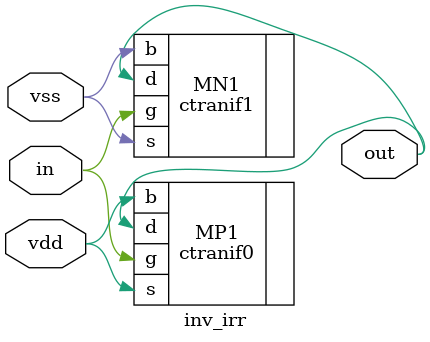
<source format=sv>

`timescale 1ns / 1ns 

module inv_irr ( out, in, vdd, vss );

output  out;

input  in, vdd, vss;


specify 
    specparam CDS_LIBNAME  = "MIPS25";
    specparam CDS_CELLNAME = "inv_irr";
    specparam CDS_VIEWNAME = "schematic";
endspecify

ctranif1  MN1 ( .b(vss), .d(out), .g(in), .s(vss));
ctranif0  MP1 ( .b(vdd), .s(vdd), .g(in), .d(out));

endmodule

</source>
